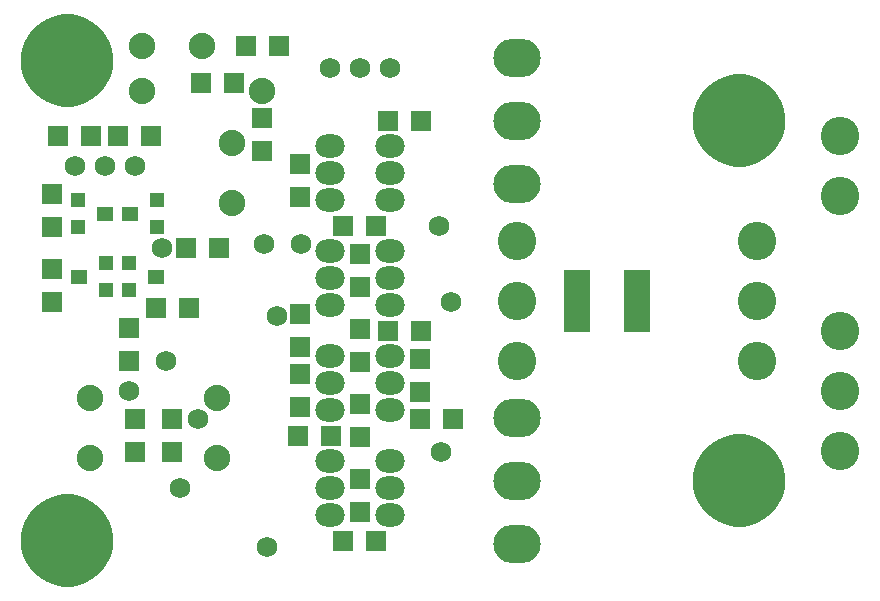
<source format=gbs>
*%FSLAX25Y25*%
*%MOIN*%
G01*
%ADD11C,0.00600*%
%ADD12C,0.00733*%
%ADD13C,0.00800*%
%ADD14C,0.01000*%
%ADD15C,0.01200*%
%ADD16C,0.01500*%
%ADD17C,0.02000*%
%ADD18C,0.02500*%
%ADD19C,0.03000*%
%ADD20C,0.03000*%
%ADD21O,0.03000X0.08000*%
%ADD22O,0.03800X0.08800*%
%ADD23C,0.04000*%
%ADD24C,0.04000*%
%ADD25C,0.05000*%
%ADD26C,0.06000*%
%ADD27C,0.06800*%
%ADD28C,0.07000*%
%ADD29C,0.08000*%
%ADD30C,0.08000*%
%ADD31C,0.08800*%
%ADD32O,0.09000X0.07000*%
%ADD33O,0.09800X0.07800*%
%ADD34C,0.10000*%
%ADD35C,0.10000*%
%ADD36C,0.12000*%
%ADD37C,0.12000*%
%ADD38C,0.12500*%
%ADD39C,0.12800*%
%ADD40O,0.15000X0.12000*%
%ADD41O,0.15800X0.12800*%
%ADD42C,0.16500*%
%ADD43C,0.25000*%
%ADD44R,0.04000X0.04000*%
%ADD45R,0.04800X0.04800*%
%ADD46R,0.05000X0.04000*%
%ADD47R,0.05800X0.04800*%
%ADD48R,0.06000X0.06000*%
%ADD49R,0.06000X0.10000*%
%ADD50R,0.06800X0.06800*%
%ADD51R,0.06800X0.10800*%
%ADD52R,0.08000X0.20000*%
%ADD53R,0.08800X0.20800*%
%ADD54R,0.10000X0.06000*%
%ADD55R,0.10000X0.10000*%
%ADD56R,0.10000X0.24000*%
%ADD57R,0.10800X0.06800*%
%ADD58R,0.10800X0.24800*%
%ADD59R,0.12000X0.06000*%
%ADD60R,0.12800X0.06800*%
%ADD61R,0.20000X0.20000*%
D27*
X956000Y877500D02*
D03*
X976000D02*
D03*
X966000D02*
D03*
X871000Y845000D02*
D03*
X891000D02*
D03*
X881000D02*
D03*
X938500Y795000D02*
D03*
X996500Y799500D02*
D03*
X900000Y817500D02*
D03*
X935000Y718000D02*
D03*
X906000Y737500D02*
D03*
X992500Y825000D02*
D03*
X993000Y749500D02*
D03*
X946500Y819000D02*
D03*
X934000D02*
D03*
X912000Y760500D02*
D03*
X889000Y770000D02*
D03*
X901500Y780000D02*
D03*
D30*
X1081100Y860000D02*
X1081101D01*
X1081100D02*
X1081227Y858301D01*
X1081607Y856640D01*
X1082229Y855054D01*
X1083081Y853578D01*
X1084143Y852246D01*
X1085392Y851087D01*
X1086800Y850127D01*
X1088335Y849388D01*
X1089963Y848886D01*
X1091648Y848632D01*
X1093352D01*
X1095037Y848886D01*
X1096665Y849388D01*
X1098200Y850127D01*
X1099608Y851087D01*
X1100857Y852246D01*
X1101919Y853578D01*
X1102771Y855054D01*
X1103393Y856640D01*
X1103773Y858301D01*
X1103900Y860000D01*
X1103901D01*
X1103900D02*
X1103773Y861699D01*
X1103393Y863360D01*
X1102771Y864946D01*
X1101919Y866422D01*
X1100857Y867754D01*
X1099608Y868913D01*
X1098200Y869873D01*
X1096665Y870612D01*
X1095037Y871114D01*
X1093352Y871368D01*
X1091648D01*
X1089963Y871114D01*
X1088335Y870612D01*
X1086800Y869873D01*
X1085392Y868913D01*
X1084143Y867754D01*
X1083081Y866422D01*
X1082229Y864946D01*
X1081607Y863360D01*
X1081227Y861699D01*
X1081100Y860000D01*
X1088900D02*
X1088901D01*
X1088900D02*
X1089117Y858769D01*
X1089742Y857686D01*
X1090700Y856882D01*
X1091875Y856455D01*
X1093125D01*
X1094300Y856882D01*
X1095258Y857686D01*
X1095883Y858769D01*
X1096100Y860000D01*
X1096101D01*
X1096100D02*
X1095883Y861231D01*
X1095258Y862314D01*
X1094300Y863118D01*
X1093125Y863545D01*
X1091875D01*
X1090700Y863118D01*
X1089742Y862314D01*
X1089117Y861231D01*
X1088900Y860000D01*
X857100Y720000D02*
X857101D01*
X857100D02*
X857227Y718301D01*
X857607Y716640D01*
X858229Y715054D01*
X859081Y713578D01*
X860143Y712246D01*
X861392Y711087D01*
X862800Y710127D01*
X864335Y709388D01*
X865963Y708886D01*
X867648Y708632D01*
X869352D01*
X871037Y708886D01*
X872665Y709388D01*
X874200Y710127D01*
X875608Y711087D01*
X876857Y712246D01*
X877919Y713578D01*
X878771Y715054D01*
X879393Y716640D01*
X879773Y718301D01*
X879900Y720000D01*
X879901D01*
X879900D02*
X879773Y721699D01*
X879393Y723360D01*
X878771Y724946D01*
X877919Y726422D01*
X876857Y727754D01*
X875608Y728913D01*
X874200Y729873D01*
X872665Y730612D01*
X871037Y731114D01*
X869352Y731368D01*
X867648D01*
X865963Y731114D01*
X864335Y730612D01*
X862800Y729873D01*
X861392Y728913D01*
X860143Y727754D01*
X859081Y726422D01*
X858229Y724946D01*
X857607Y723360D01*
X857227Y721699D01*
X857100Y720000D01*
X864900D02*
X864901D01*
X864900D02*
X865117Y718769D01*
X865742Y717686D01*
X866700Y716882D01*
X867875Y716455D01*
X869125D01*
X870300Y716882D01*
X871258Y717686D01*
X871883Y718769D01*
X872100Y720000D01*
X872101D01*
X872100D02*
X871883Y721231D01*
X871258Y722314D01*
X870300Y723118D01*
X869125Y723545D01*
X867875D01*
X866700Y723118D01*
X865742Y722314D01*
X865117Y721231D01*
X864900Y720000D01*
X857100Y880000D02*
X857101D01*
X857100D02*
X857227Y878301D01*
X857607Y876640D01*
X858229Y875054D01*
X859081Y873578D01*
X860143Y872246D01*
X861392Y871087D01*
X862800Y870127D01*
X864335Y869388D01*
X865963Y868886D01*
X867648Y868632D01*
X869352D01*
X871037Y868886D01*
X872665Y869388D01*
X874200Y870127D01*
X875608Y871087D01*
X876857Y872246D01*
X877919Y873578D01*
X878771Y875054D01*
X879393Y876640D01*
X879773Y878301D01*
X879900Y880000D01*
X879901D01*
X879900D02*
X879773Y881699D01*
X879393Y883360D01*
X878771Y884946D01*
X877919Y886422D01*
X876857Y887754D01*
X875608Y888913D01*
X874200Y889873D01*
X872665Y890612D01*
X871037Y891114D01*
X869352Y891368D01*
X867648D01*
X865963Y891114D01*
X864335Y890612D01*
X862800Y889873D01*
X861392Y888913D01*
X860143Y887754D01*
X859081Y886422D01*
X858229Y884946D01*
X857607Y883360D01*
X857227Y881699D01*
X857100Y880000D01*
X864900D02*
X864901D01*
X864900D02*
X865117Y878769D01*
X865742Y877686D01*
X866700Y876882D01*
X867875Y876455D01*
X869125D01*
X870300Y876882D01*
X871258Y877686D01*
X871883Y878769D01*
X872100Y880000D01*
X872101D01*
X872100D02*
X871883Y881231D01*
X871258Y882314D01*
X870300Y883118D01*
X869125Y883545D01*
X867875D01*
X866700Y883118D01*
X865742Y882314D01*
X865117Y881231D01*
X864900Y880000D01*
X1081100Y740000D02*
X1081101D01*
X1081100D02*
X1081227Y738301D01*
X1081607Y736640D01*
X1082229Y735054D01*
X1083081Y733578D01*
X1084143Y732246D01*
X1085392Y731087D01*
X1086800Y730127D01*
X1088335Y729388D01*
X1089963Y728886D01*
X1091648Y728632D01*
X1093352D01*
X1095037Y728886D01*
X1096665Y729388D01*
X1098200Y730127D01*
X1099608Y731087D01*
X1100857Y732246D01*
X1101919Y733578D01*
X1102771Y735054D01*
X1103393Y736640D01*
X1103773Y738301D01*
X1103900Y740000D01*
X1103901D01*
X1103900D02*
X1103773Y741699D01*
X1103393Y743360D01*
X1102771Y744946D01*
X1101919Y746422D01*
X1100857Y747754D01*
X1099608Y748913D01*
X1098200Y749873D01*
X1096665Y750612D01*
X1095037Y751114D01*
X1093352Y751368D01*
X1091648D01*
X1089963Y751114D01*
X1088335Y750612D01*
X1086800Y749873D01*
X1085392Y748913D01*
X1084143Y747754D01*
X1083081Y746422D01*
X1082229Y744946D01*
X1081607Y743360D01*
X1081227Y741699D01*
X1081100Y740000D01*
X1088900D02*
X1088901D01*
X1088900D02*
X1089117Y738769D01*
X1089742Y737686D01*
X1090700Y736882D01*
X1091875Y736455D01*
X1093125D01*
X1094300Y736882D01*
X1095258Y737686D01*
X1095883Y738769D01*
X1096100Y740000D01*
X1096101D01*
X1096100D02*
X1095883Y741231D01*
X1095258Y742314D01*
X1094300Y743118D01*
X1093125Y743545D01*
X1091875D01*
X1090700Y743118D01*
X1089742Y742314D01*
X1089117Y741231D01*
X1088900Y740000D01*
D31*
X913500Y885000D02*
D03*
X893500D02*
D03*
X918500Y747500D02*
D03*
Y767500D02*
D03*
X923500Y832500D02*
D03*
Y852500D02*
D03*
X893500Y870000D02*
D03*
X933500D02*
D03*
X876000Y767500D02*
D03*
Y747500D02*
D03*
D33*
X976000Y851500D02*
D03*
Y842500D02*
D03*
Y833500D02*
D03*
X956000D02*
D03*
Y842500D02*
D03*
Y851500D02*
D03*
X976000Y816500D02*
D03*
Y807500D02*
D03*
Y798500D02*
D03*
Y746500D02*
D03*
Y737500D02*
D03*
Y728500D02*
D03*
X956000Y798500D02*
D03*
Y807500D02*
D03*
Y816500D02*
D03*
Y728500D02*
D03*
Y737500D02*
D03*
Y746500D02*
D03*
Y763500D02*
D03*
Y772500D02*
D03*
Y781500D02*
D03*
X976000Y763500D02*
D03*
Y772500D02*
D03*
Y781500D02*
D03*
D39*
X1126000Y855000D02*
D03*
Y790000D02*
D03*
Y750000D02*
D03*
Y770000D02*
D03*
Y835000D02*
D03*
X1018500Y800000D02*
D03*
X1098500D02*
D03*
Y780000D02*
D03*
X1018500D02*
D03*
Y820000D02*
D03*
X1098500D02*
D03*
D41*
X1018500Y839000D02*
D03*
Y860000D02*
D03*
Y881000D02*
D03*
Y740000D02*
D03*
Y761000D02*
D03*
Y719000D02*
D03*
D45*
X881500Y803500D02*
D03*
Y812500D02*
D03*
X889000Y803500D02*
D03*
Y812500D02*
D03*
X872000Y824500D02*
D03*
Y833500D02*
D03*
X898500D02*
D03*
Y824500D02*
D03*
D47*
X872500Y808000D02*
D03*
X898000D02*
D03*
X881000Y829000D02*
D03*
X889500D02*
D03*
D50*
X986500Y860000D02*
D03*
X975500D02*
D03*
X946000Y845500D02*
D03*
Y834500D02*
D03*
X928000Y885000D02*
D03*
X939000D02*
D03*
X960500Y825000D02*
D03*
X971500D02*
D03*
X966000Y804500D02*
D03*
Y815500D02*
D03*
Y779500D02*
D03*
Y790500D02*
D03*
Y754500D02*
D03*
Y765500D02*
D03*
X960500Y720000D02*
D03*
X971500D02*
D03*
X966000Y729500D02*
D03*
Y740500D02*
D03*
X891000Y749500D02*
D03*
Y760500D02*
D03*
X903500Y749500D02*
D03*
Y760500D02*
D03*
X889000Y791000D02*
D03*
Y780000D02*
D03*
X863500Y799500D02*
D03*
Y810500D02*
D03*
X898000Y797500D02*
D03*
X909000D02*
D03*
X919000Y817500D02*
D03*
X908000D02*
D03*
X863500Y824500D02*
D03*
Y835500D02*
D03*
X876500Y855000D02*
D03*
X865500D02*
D03*
X885500D02*
D03*
X896500D02*
D03*
X933500Y861000D02*
D03*
Y850000D02*
D03*
X913000Y872500D02*
D03*
X924000D02*
D03*
X946000Y795500D02*
D03*
Y784500D02*
D03*
Y775500D02*
D03*
Y764500D02*
D03*
X945500Y755000D02*
D03*
X956500D02*
D03*
X975500Y790000D02*
D03*
X986500D02*
D03*
X986000Y780500D02*
D03*
Y769500D02*
D03*
Y760500D02*
D03*
X997000D02*
D03*
D53*
X1038500Y800000D02*
D03*
X1058500D02*
D03*
M02*

</source>
